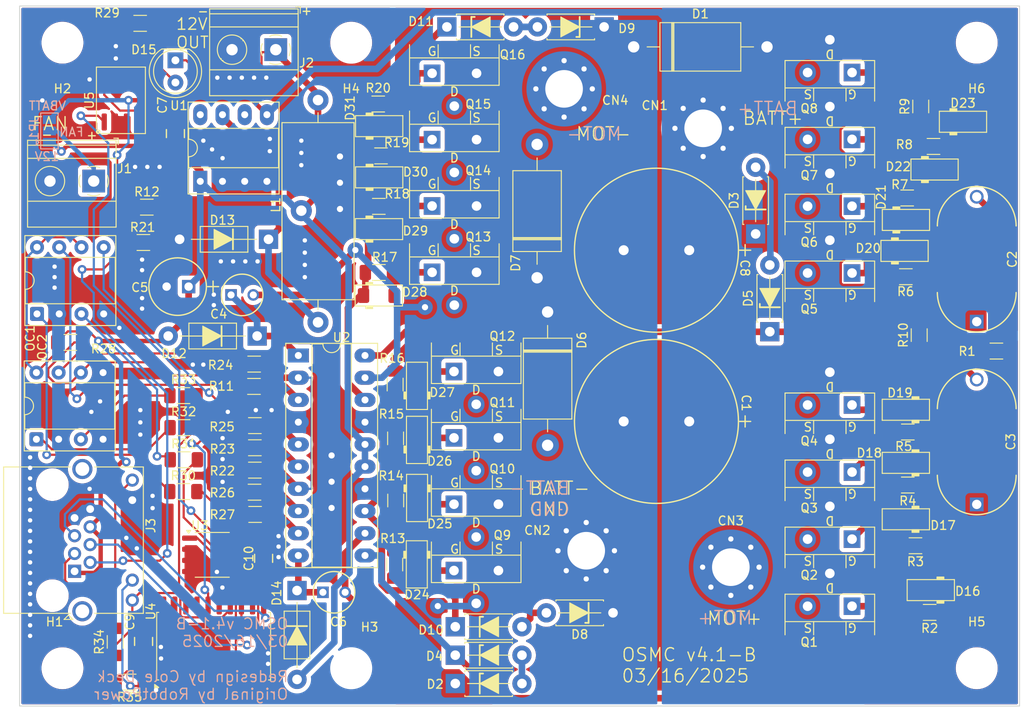
<source format=kicad_pcb>
(kicad_pcb
	(version 20241229)
	(generator "pcbnew")
	(generator_version "9.0")
	(general
		(thickness 1.6)
		(legacy_teardrops no)
	)
	(paper "A4")
	(layers
		(0 "F.Cu" signal)
		(2 "B.Cu" signal)
		(9 "F.Adhes" user "F.Adhesive")
		(11 "B.Adhes" user "B.Adhesive")
		(13 "F.Paste" user)
		(15 "B.Paste" user)
		(5 "F.SilkS" user "F.Silkscreen")
		(7 "B.SilkS" user "B.Silkscreen")
		(1 "F.Mask" user)
		(3 "B.Mask" user)
		(17 "Dwgs.User" user "User.Drawings")
		(19 "Cmts.User" user "User.Comments")
		(21 "Eco1.User" user "User.Eco1")
		(23 "Eco2.User" user "User.Eco2")
		(25 "Edge.Cuts" user)
		(27 "Margin" user)
		(31 "F.CrtYd" user "F.Courtyard")
		(29 "B.CrtYd" user "B.Courtyard")
		(35 "F.Fab" user)
		(33 "B.Fab" user)
		(39 "User.1" user)
		(41 "User.2" user)
		(43 "User.3" user)
		(45 "User.4" user)
		(47 "User.5" user)
		(49 "User.6" user)
		(51 "User.7" user)
		(53 "User.8" user)
		(55 "User.9" user)
	)
	(setup
		(pad_to_mask_clearance 0)
		(allow_soldermask_bridges_in_footprints no)
		(tenting front back)
		(pcbplotparams
			(layerselection 0x00000000_00000000_55555555_5755f5ff)
			(plot_on_all_layers_selection 0x00000000_00000000_00000000_00000000)
			(disableapertmacros no)
			(usegerberextensions no)
			(usegerberattributes yes)
			(usegerberadvancedattributes yes)
			(creategerberjobfile yes)
			(dashed_line_dash_ratio 12.000000)
			(dashed_line_gap_ratio 3.000000)
			(svgprecision 4)
			(plotframeref no)
			(mode 1)
			(useauxorigin no)
			(hpglpennumber 1)
			(hpglpenspeed 20)
			(hpglpendiameter 15.000000)
			(pdf_front_fp_property_popups yes)
			(pdf_back_fp_property_popups yes)
			(pdf_metadata yes)
			(pdf_single_document no)
			(dxfpolygonmode yes)
			(dxfimperialunits yes)
			(dxfusepcbnewfont yes)
			(psnegative no)
			(psa4output no)
			(plot_black_and_white yes)
			(plotinvisibletext no)
			(sketchpadsonfab no)
			(plotpadnumbers no)
			(hidednponfab no)
			(sketchdnponfab yes)
			(crossoutdnponfab yes)
			(subtractmaskfromsilk no)
			(outputformat 1)
			(mirror no)
			(drillshape 1)
			(scaleselection 1)
			(outputdirectory "")
		)
	)
	(net 0 "")
	(net 1 "VBATT")
	(net 2 "GND")
	(net 3 "BHS")
	(net 4 "Net-(C2-Pad2)")
	(net 5 "AHS")
	(net 6 "Net-(C3-Pad2)")
	(net 7 "Net-(D12-K)")
	(net 8 "+12V")
	(net 9 "Net-(D14-K)")
	(net 10 "+5V")
	(net 11 "DISABLE")
	(net 12 "AHI")
	(net 13 "ALI")
	(net 14 "BATT_MON")
	(net 15 "BLI")
	(net 16 "Net-(D2-A)")
	(net 17 "Net-(D3-A)")
	(net 18 "AHO")
	(net 19 "BHO")
	(net 20 "Net-(D10-A)")
	(net 21 "Net-(D11-A)")
	(net 22 "ALO")
	(net 23 "BLO")
	(net 24 "Net-(D13-K)")
	(net 25 "Net-(D15-Pad2)")
	(net 26 "Net-(D16-A)")
	(net 27 "Net-(D17-A)")
	(net 28 "Net-(D18-A)")
	(net 29 "Net-(D19-A)")
	(net 30 "Net-(D20-A)")
	(net 31 "Net-(D21-A)")
	(net 32 "Net-(D22-A)")
	(net 33 "Net-(D23-A)")
	(net 34 "Net-(D24-A)")
	(net 35 "Net-(D25-A)")
	(net 36 "Net-(D26-A)")
	(net 37 "Net-(D27-A)")
	(net 38 "Net-(D28-A)")
	(net 39 "Net-(D29-A)")
	(net 40 "Net-(D30-A)")
	(net 41 "Net-(D31-A)")
	(net 42 "Net-(J1-Pin_1)")
	(net 43 "Net-(U2-HDEL)")
	(net 44 "Net-(U2-LDEL)")
	(net 45 "unconnected-(U1-NC-Pad6)")
	(net 46 "unconnected-(U1-NC-Pad8)")
	(net 47 "DIRECTION")
	(net 48 "ENABLE")
	(net 49 "SPEED")
	(net 50 "Net-(J3-Pad10)")
	(net 51 "EN_IN_LED")
	(net 52 "Net-(J3-Pad12)")
	(net 53 "Net-(OC1-Pad3)")
	(net 54 "Net-(OC1-Pad1)")
	(net 55 "Net-(OC2-Pad1)")
	(net 56 "Net-(OC2-Pad3)")
	(net 57 "Net-(R30-Pad2)")
	(net 58 "Net-(R31-Pad2)")
	(net 59 "EN_IN_B")
	(net 60 "EN_IN_A")
	(net 61 "PWM_IN")
	(net 62 "DIR_IN")
	(net 63 "unconnected-(U4-2Y1-Pad5)")
	(net 64 "unconnected-(U4-2A1-Pad15)")
	(net 65 "unconnected-(U4-2Y0-Pad3)")
	(net 66 "unconnected-(U4-2A0-Pad17)")
	(net 67 "unconnected-(U4-1A3-Pad8)")
	(net 68 "unconnected-(U4-1Y3-Pad12)")
	(net 69 "unconnected-(U5-NC-Pad4)")
	(net 70 "unconnected-(U5-NC-Pad5)")
	(footprint "Package_SO_AKL:SOIC-8_3.9x4.9mm_P1.27mm" (layer "F.Cu") (at 113.18 61.59 90))
	(footprint (layer "F.Cu") (at 133.8 74.2))
	(footprint "MountingHole:MountingHole_4.3mm_M4_Pad_Via" (layer "F.Cu") (at 166.365 113.07))
	(footprint "Diode_THT_AKL:D_DO-41_SOD81_P10.16mm_Horizontal" (layer "F.Cu") (at 130.05 77.475 180))
	(footprint "C4,6:CAP_T350B_4p5X4p5-2p54_KEM" (layer "F.Cu") (at 127.04 83.83))
	(footprint "TO220-3-Staggered:TO-220-3_Vertical_GDS_Staggered" (layer "F.Cu") (at 151.25 115.3375))
	(footprint "Resistor_SMD:R_1206_3216Metric_Pad1.30x1.75mm_HandSolder" (layer "F.Cu") (at 142.66 73.71))
	(footprint "Package_DIP:DIP-20_W7.62mm_Socket_LongPads" (layer "F.Cu") (at 133.46 90.755))
	(footprint "TO220-3-Staggered:TO-220-3_Vertical_GDS_Staggered" (layer "F.Cu") (at 196.75 58.4125 180))
	(footprint "MountingHole:MountingHole_4.3mm_M4" (layer "F.Cu") (at 106.5 126.5))
	(footprint "Resistor_SMD:R_1206_3216Metric_Pad1.30x1.75mm_HandSolder" (layer "F.Cu") (at 203.125 99.5 180))
	(footprint "Resistor_SMD:R_1206_3216Metric_Pad1.30x1.75mm_HandSolder" (layer "F.Cu") (at 115.75 77.84 180))
	(footprint "Resistor_SMD:R_1206_3216Metric_Pad1.30x1.75mm_HandSolder" (layer "F.Cu") (at 114.18 128.09))
	(footprint "TO220-3-Staggered:TO-220-3_Vertical_GDS_Staggered" (layer "F.Cu") (at 148.75 58.5))
	(footprint "Diode_SMD_AKL:D_MiniMELF" (layer "F.Cu") (at 202.75 78.8))
	(footprint "Inductor_THT:L_Axial_L20.0mm_D8.0mm_P25.40mm_Horizontal" (layer "F.Cu") (at 135.71 86.96 90))
	(footprint "Package_DIP:DIP-8_W7.62mm_Socket" (layer "F.Cu") (at 103.59 86 90))
	(footprint "Resistor_SMD:R_1206_3216Metric_Pad1.30x1.75mm_HandSolder" (layer "F.Cu") (at 120.37 102.67))
	(footprint "Package_SO:SO-8_3.9x4.9mm_P1.27mm" (layer "F.Cu") (at 123.62 113.54))
	(footprint "TO220-3-Staggered:TO-220-3_Vertical_GDS_Staggered" (layer "F.Cu") (at 196.75 96.4125 180))
	(footprint "TO220-3-Staggered:TO-220-3_Vertical_GDS_Staggered" (layer "F.Cu") (at 196.75 73.6908 180))
	(footprint "Diode_THT:D_DO-201AE_P15.24mm_Horizontal" (layer "F.Cu") (at 161.95 85.78 -90))
	(footprint "Diode_THT_AKL:D_DO-41_SOD81_P7.62mm_Horizontal_Zener" (layer "F.Cu") (at 185.73 76.86 90))
	(footprint "Diode_SMD_AKL:D_MiniMELF" (layer "F.Cu") (at 142.7 70.39))
	(footprint "MountingHole:MountingHole_4.3mm_M4_Pad_Via" (layer "F.Cu") (at 179.73 64.79))
	(footprint "Resistor_SMD:R_1206_3216Metric_Pad1.30x1.75mm_HandSolder" (layer "F.Cu") (at 206.06 66.86))
	(footprint "Package_DIP:DIP-8_W7.62mm_Socket" (layer "F.Cu") (at 103.52 100.33 90))
	(footprint "Resistor_SMD:R_1206_3216Metric_Pad1.30x1.75mm_HandSolder" (layer "F.Cu") (at 144.575 100.225 90))
	(footprint "Diode_THT_AKL:D_DO-41_SOD81_P7.62mm_Horizontal_Zener" (layer "F.Cu") (at 151.4 121.76))
	(footprint "TerminalBlock_Phoenix:TerminalBlock_Phoenix_MKDS-1,5-2_1x02_P5.00mm_Horizontal" (layer "F.Cu") (at 130.88 55.8 180))
	(footprint "Resistor_SMD:R_1206_3216Metric_Pad1.30x1.75mm_HandSolder" (layer "F.Cu") (at 144.59 107.33 -90))
	(footprint "TO220-3-Staggered:TO-220-3_Vertical_GDS_Staggered" (layer "F.Cu") (at 196.75 104.0792 180))
	(footprint "C2,3:CAP_225P_WA_0.70X0.40X0.55_CND_NARROW" (layer "F.Cu") (at 211 107.7748 90))
	(footprint "Diode_SMD_AKL:D_MiniMELF" (layer "F.Cu") (at 209.43 64.04))
	(footprint "Diode_THT:D_DO-201AE_P15.24mm_Horizontal" (layer "F.Cu") (at 160.75 81.87 90))
	(footprint "Diode_THT_AKL:D_DO-41_SOD81_P7.62mm_Horizontal_Zener" (layer "F.Cu") (at 187.35 88.035 90))
	(footprint "TO220-3-Staggered:TO-220-3_Vertical_GDS_Staggered"
		(layer 
... [1019416 chars truncated]
</source>
